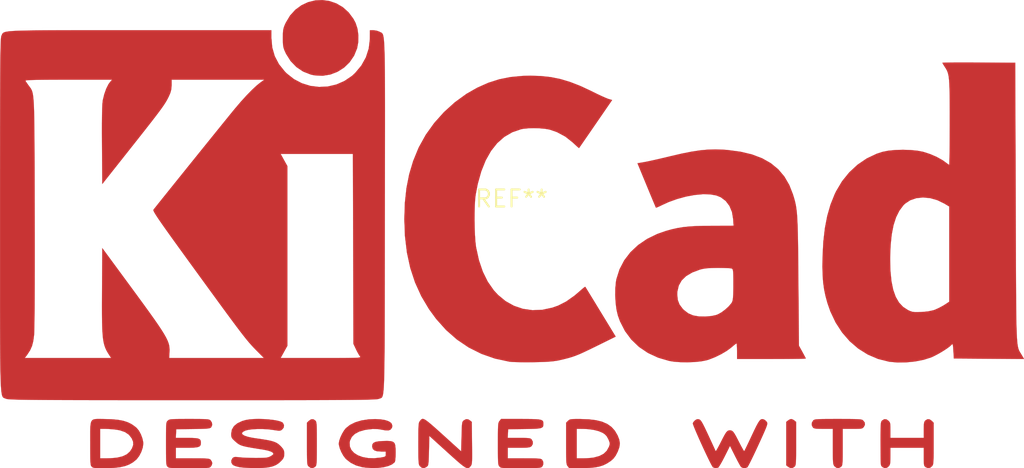
<source format=kicad_pcb>
(kicad_pcb (version 20240108) (generator pcbnew)
  (layers (0 "F.Cu" signal) (31 "B.Cu" signal) (34 "B.Paste" user) (35 "F.Paste" user) (36 "B.SilkS" user "B.Silkscreen") (37 "F.SilkS" user "F.Silkscreen") (38 "B.Mask" user) (39 "F.Mask" user) (44 "Edge.Cuts" user))
  (net 0 "")
  (footprint "KiCad-Logo2_30mm_Copper" (layer "F.Cu") (at 0 0)
    (property "Reference" "REF**")
    (property "Value" "KiCad-Logo2_30mm_Copper")
    (fp_poly (pts (xy 20.94307 16.459384) (xy 21.061635 16.533235) (xy 21.194889 16.641137) (xy 21.194889 18.248865) (xy 21.194464 18.719148) (xy 21.192647 19.089661) (xy 21.188619 19.373519) (xy 21.181565 19.58384) (xy 21.170667 19.73374) (xy 21.155108 19.836336) (xy 21.134072 19.904745) (xy 21.106741 19.952082) (xy 21.087363 19.975408) (xy 20.930169 20.077873) (xy 20.751167 20.073694) (xy 20.594364 19.986321) (xy 20.461111 19.878419) (xy 20.461111 16.641137) (xy 20.594364 16.533235) (xy 20.722973 16.454745) (xy 20.828 16.425334) (xy 20.94307 16.459384)) (layer "F.Cu") (stroke (width 0.01)) (fill solid))
    (fp_poly (pts (xy -14.619111 16.538223) (xy -14.586207 16.576089) (xy -14.560396 16.624937) (xy -14.540819 16.697855) (xy -14.526618 16.807926) (xy -14.516936 16.968238) (xy -14.510914 17.191875) (xy -14.507695 17.491925) (xy -14.50642 17.881472) (xy -14.506223 18.259778) (xy -14.506571 18.729012) (xy -14.508187 19.098444) (xy -14.511931 19.381159) (xy -14.518658 19.590244) (xy -14.529229 19.738784) (xy -14.5445 19.839864) (xy -14.56533 19.906572) (xy -14.592578 19.951991) (xy -14.619111 19.981334) (xy -14.784129 20.079736) (xy -14.959956 20.070905) (xy -15.117272 19.963585) (xy -15.153418 19.921684) (xy -15.181667 19.87307) (xy -15.202992 19.804304) (xy -15.218366 19.701947) (xy -15.22876 19.552561) (xy -15.235149 19.342706) (xy -15.238503 19.058944) (xy -15.239796 18.687837) (xy -15.24 18.267686) (xy -15.24 16.702425) (xy -15.101455 16.563879) (xy -14.930682 16.447317) (xy -14.765029 16.443116) (xy -14.619111 16.538223)) (layer "F.Cu") (stroke (width 0.01)) (fill solid))
    (fp_poly (pts (xy -13.557109 -14.737889) (xy -13.044354 -14.560106) (xy -12.56696 -14.280276) (xy -12.140606 -13.898436) (xy -11.780967 -13.414623) (xy -11.619417 -13.109677) (xy -11.479604 -12.683142) (xy -11.411836 -12.190723) (xy -11.419342 -11.684487) (xy -11.502665 -11.225751) (xy -11.730403 -10.66519) (xy -12.060644 -10.178944) (xy -12.476602 -9.776581) (xy -12.961493 -9.467667) (xy -13.498533 -9.261769) (xy -14.070936 -9.168456) (xy -14.661917 -9.197295) (xy -14.953225 -9.258925) (xy -15.520961 -9.479772) (xy -16.025202 -9.816775) (xy -16.453785 -10.259541) (xy -16.794548 -10.797683) (xy -16.823378 -10.856451) (xy -16.923042 -11.076987) (xy -16.98562 -11.262724) (xy -17.019596 -11.458662) (xy -17.033453 -11.7098) (xy -17.035752 -11.983064) (xy -17.031949 -12.311378) (xy -17.014784 -12.548726) (xy -16.975623 -12.740618) (xy -16.90583 -12.932565) (xy -16.81968 -13.121941) (xy -16.498342 -13.659524) (xy -16.102628 -14.0948) (xy -15.648215 -14.427808) (xy -15.15078 -14.658584) (xy -14.625999 -14.787165) (xy -14.08955 -14.813587) (xy -13.557109 -14.737889)) (layer "F.Cu") (stroke (width 0.01)) (fill solid))
    (fp_poly (pts (xy 24.815325 16.425817) (xy 25.208862 16.427708) (xy 25.514315 16.431665) (xy 25.744085 16.438348) (xy 25.910573 16.448416) (xy 26.026181 16.462528) (xy 26.103309 16.481344) (xy 26.154358 16.505524) (xy 26.179064 16.524111) (xy 26.307284 16.686789) (xy 26.322795 16.855692) (xy 26.243558 17.009131) (xy 26.191742 17.070445) (xy 26.135983 17.112252) (xy 26.055174 17.138287) (xy 25.928212 17.152285) (xy 25.73399 17.15798) (xy 25.451402 17.159106) (xy 25.395903 17.159111) (xy 24.666222 17.159111) (xy 24.666222 18.513778) (xy 24.665741 18.940771) (xy 24.663558 19.26932) (xy 24.658562 19.513869) (xy 24.649642 19.688864) (xy 24.635686 19.808747) (xy 24.615584 19.887963) (xy 24.588225 19.940955) (xy 24.553333 19.981334) (xy 24.388669 20.080561) (xy 24.216773 20.072742) (xy 24.060883 19.95953) (xy 24.04943 19.945499) (xy 24.012144 19.892461) (xy 23.983737 19.830404) (xy 23.963008 19.74425) (xy 23.948753 19.618919) (xy 23.939772 19.439333) (xy 23.934862 19.190414) (xy 23.932821 18.857083) (xy 23.932444 18.477944) (xy 23.932444 17.159111) (xy 23.235637 17.159111) (xy 22.936609 17.157088) (xy 22.72959 17.149202) (xy 22.593742 17.132733) (xy 22.50823 17.104958) (xy 22.452216 17.063156) (xy 22.445414 17.055889) (xy 22.363627 16.889696) (xy 22.370859 16.70181) (xy 22.464889 16.538223) (xy 22.501252 16.506491) (xy 22.548137 16.481331) (xy 22.618045 16.461981) (xy 22.72348 16.447683) (xy 22.876945 16.437675) (xy 23.090944 16.431197) (xy 23.377977 16.427489) (xy 23.75055 16.42579) (xy 24.221165 16.425341) (xy 24.321302 16.425334) (xy 24.815325 16.425817)) (layer "F.Cu") (stroke (width 0.01)) (fill solid))
    (fp_poly (pts (xy 31.144118 16.452666) (xy 31.30101 16.563879) (xy 31.439555 16.702425) (xy 31.439555 18.2496) (xy 31.439193 18.708996) (xy 31.437477 19.069199) (xy 31.433463 19.343901) (xy 31.426205 19.546799) (xy 31.414759 19.691586) (xy 31.398181 19.791956) (xy 31.375525 19.861605) (xy 31.345848 19.914226) (xy 31.32257 19.945499) (xy 31.168914 20.068367) (xy 30.992482 20.081703) (xy 30.831226 20.006355) (xy 30.777941 19.961871) (xy 30.742322 19.902783) (xy 30.720838 19.807631) (xy 30.709956 19.65496) (xy 30.706142 19.423309) (xy 30.705777 19.244355) (xy 30.705777 18.570223) (xy 28.222222 18.570223) (xy 28.222222 19.183499) (xy 28.219654 19.463934) (xy 28.209379 19.656663) (xy 28.18754 19.786807) (xy 28.150282 19.879484) (xy 28.105236 19.945499) (xy 27.950721 20.068022) (xy 27.77598 20.08253) (xy 27.608693 19.995445) (xy 27.563021 19.949793) (xy 27.530763 19.889273) (xy 27.509487 19.795003) (xy 27.496759 19.648101) (xy 27.490147 19.429686) (xy 27.487217 19.120875) (xy 27.486874 19.05) (xy 27.484455 18.468154) (xy 27.483208 17.988635) (xy 27.483614 17.600884) (xy 27.486155 17.294343) (xy 27.491312 17.058451) (xy 27.499565 16.882651) (xy 27.511397 16.756382) (xy 27.527288 16.669086) (xy 27.547719 16.610203) (xy 27.573172 16.569173) (xy 27.601333 16.538223) (xy 27.76064 16.439218) (xy 27.926784 16.452666) (xy 28.083676 16.563879) (xy 28.147164 16.635631) (xy 28.187633 16.714888) (xy 28.210213 16.827769) (xy 28.220033 17.000392) (xy 28.22222 17.258878) (xy 28.222222 17.269435) (xy 28.222222 17.836445) (xy 30.705777 17.836445) (xy 30.705777 17.243778) (xy 30.708312 16.970738) (xy 30.71849 16.786374) (xy 30.740178 16.666536) (xy 30.777237 16.587075) (xy 30.818666 16.538223) (xy 30.977973 16.439218) (xy 31.144118 16.452666)) (layer "F.Cu") (stroke (width 0.01)) (fill solid))
    (fp_poly (pts (xy 5.091545 16.426374) (xy 5.736442 16.448179) (xy 6.284956 16.514304) (xy 6.74613 16.628707) (xy 7.12901 16.795349) (xy 7.442638 17.018188) (xy 7.696059 17.301182) (xy 7.898317 17.64829) (xy 7.902296 17.656754) (xy 8.023005 17.967414) (xy 8.066014 18.242547) (xy 8.031157 18.519437) (xy 7.91827 18.835367) (xy 7.896861 18.883444) (xy 7.750861 19.164829) (xy 7.586779 19.382256) (xy 7.37501 19.567085) (xy 7.085951 19.750676) (xy 7.069158 19.76026) (xy 6.817523 19.881136) (xy 6.533107 19.971411) (xy 6.197634 20.034197) (xy 5.792827 20.07261) (xy 5.30041 20.089763) (xy 5.12643 20.091253) (xy 4.297971 20.094223) (xy 4.180985 19.945499) (xy 4.146284 19.896595) (xy 4.119213 19.839486) (xy 4.098828 19.760476) (xy 4.084184 19.645873) (xy 4.074337 19.48198) (xy 4.071125 19.360445) (xy 4.854222 19.360445) (xy 5.323633 19.360445) (xy 5.59832 19.352413) (xy 5.8803 19.331273) (xy 6.111728 19.301461) (xy 6.125697 19.298951) (xy 6.536743 19.188678) (xy 6.855569 19.023002) (xy 7.092262 18.794235) (xy 7.25691 18.494694) (xy 7.285541 18.415304) (xy 7.313604 18.291663) (xy 7.301454 18.169508) (xy 7.242335 18.007) (xy 7.2067 17.927168) (xy 7.090002 17.715028) (xy 6.949402 17.566198) (xy 6.794703 17.462556) (xy 6.484829 17.327686) (xy 6.088254 17.229989) (xy 5.626264 17.173732) (xy 5.291666 17.161352) (xy 4.854222 17.159111) (xy 4.854222 19.360445) (xy 4.071125 19.360445) (xy 4.068341 19.255105) (xy 4.065253 18.951553) (xy 4.064127 18.557629) (xy 4.064 18.2496) (xy 4.064 16.702425) (xy 4.202545 16.563879) (xy 4.264033 16.507721) (xy 4.330518 16.469263) (xy 4.423363 16.445201) (xy 4.563931 16.432232) (xy 4.773585 16.427049) (xy 5.073686 16.42635) (xy 5.091545 16.426374)) (layer "F.Cu") (stroke (width 0.01)) (fill solid))
    (fp_poly (pts (xy -30.606856 16.42533) (xy -30.409445 16.427336) (xy -29.831 16.441293) (xy -29.346554 16.482751) (xy -28.939596 16.556159) (xy -28.593615 16.665963) (xy -28.2921 16.81661) (xy -28.01854 17.012549) (xy -27.920832 17.097662) (xy -27.758751 17.296816) (xy -27.6126 17.567063) (xy -27.499956 17.866617) (xy -27.438395 18.153695) (xy -27.432 18.259778) (xy -27.472082 18.553847) (xy -27.579496 18.875063) (xy -27.734995 19.179104) (xy -27.91933 19.421648) (xy -27.949271 19.450912) (xy -28.202892 19.656605) (xy -28.480625 19.817173) (xy -28.79848 19.936825) (xy -29.172471 20.019766) (xy -29.618609 20.070204) (xy -30.152907 20.092346) (xy -30.397639 20.094223) (xy -30.708808 20.092724) (xy -30.927637 20.08646) (xy -31.074656 20.072772) (xy -31.170396 20.049005) (xy -31.235386 20.012504) (xy -31.270223 19.981334) (xy -31.303127 19.943468) (xy -31.328938 19.894619) (xy -31.348515 19.821702) (xy -31.362716 19.71163) (xy -31.372398 19.551318) (xy -31.37842 19.327681) (xy -31.381639 19.027631) (xy -31.382914 18.638084) (xy -31.383111 18.259778) (xy -31.384355 17.755207) (xy -31.384087 17.352133) (xy -31.379283 17.159111) (xy -30.649334 17.159111) (xy -30.649334 19.360445) (xy -30.183667 19.360018) (xy -29.903464 19.351982) (xy -29.609994 19.331279) (xy -29.36514 19.302321) (xy -29.35769 19.301128) (xy -28.961957 19.20545) (xy -28.655011 19.056437) (xy -28.421526 18.84439) (xy -28.273174 18.614804) (xy -28.181765 18.360129) (xy -28.188853 18.120998) (xy -28.294938 17.864667) (xy -28.502443 17.599493) (xy -28.78999 17.402998) (xy -29.163748 17.271656) (xy -29.413537 17.225175) (xy -29.697081 17.192533) (xy -29.997595 17.168908) (xy -30.253194 17.159086) (xy -30.268334 17.159039) (xy -30.649334 17.159111) (xy -31.379283 17.159111) (xy -31.3763 17.039257) (xy -31.35499 16.805277) (xy -31.31415 16.63889) (xy -31.247778 16.528797) (xy -31.149867 16.463696) (xy -31.014413 16.432285) (xy -30.835411 16.423264) (xy -30.606856 16.42533)) (layer "F.Cu") (stroke (width 0.01)) (fill solid))
    (fp_poly (pts (xy -6.500569 16.447242) (xy -6.382739 16.516363) (xy -6.228673 16.629403) (xy -6.030388 16.791688) (xy -5.779897 17.008541) (xy -5.469215 17.285288) (xy -5.090357 17.627254) (xy -4.656667 18.020421) (xy -3.753556 18.839391) (xy -3.725334 17.740144) (xy -3.715144 17.361757) (xy -3.705313 17.079971) (xy -3.693667 16.87853) (xy -3.678029 16.741174) (xy -3.656224 16.651646) (xy -3.626079 16.593686) (xy -3.585417 16.551038) (xy -3.563858 16.533115) (xy -3.391205 16.438352) (xy -3.226913 16.452206) (xy -3.096587 16.533164) (xy -2.963334 16.640993) (xy -2.946761 18.215755) (xy -2.942173 18.678894) (xy -2.939839 19.04272) (xy -2.940565 19.320804) (xy -2.945161 19.526712) (xy -2.954435 19.674013) (xy -2.969196 19.776275) (xy -2.990251 19.847065) (xy -3.018409 19.899953) (xy -3.049635 19.94237) (xy -3.117196 20.021036) (xy -3.184416 20.073181) (xy -3.26062 20.093196) (xy -3.355131 20.07547) (xy -3.477272 20.014393) (xy -3.636366 19.904355) (xy -3.841738 19.739746) (xy -4.102711 19.514956) (xy -4.428608 19.224376) (xy -4.797778 18.890493) (xy -6.124223 17.687291) (xy -6.152445 18.782945) (xy -6.162652 19.160642) (xy -6.172508 19.44177) (xy -6.184196 19.642619) (xy -6.199904 19.779479) (xy -6.221817 19.868642) (xy -6.252121 19.926397) (xy -6.293001 19.969035) (xy -6.31392 19.986411) (xy -6.498824 20.081862) (xy -6.673537 20.067464) (xy -6.825681 19.945499) (xy -6.860486 19.896432) (xy -6.887612 19.839128) (xy -6.908014 19.759839) (xy -6.922646 19.644816) (xy -6.932461 19.480312) (xy -6.938415 19.252579) (xy -6.941461 18.947867) (xy -6.942553 18.552429) (xy -6.942667 18.259778) (xy -6.9423 17.802037) (xy -6.940563 17.443436) (xy -6.936503 17.170226) (xy -6.929164 16.96866) (xy -6.917592 16.824988) (xy -6.900835 16.725464) (xy -6.877937 16.656338) (xy -6.847945 16.603862) (xy -6.825681 16.574057) (xy -6.769247 16.503454) (xy -6.716503 16.450146) (xy -6.659466 16.419458) (xy -6.59015 16.416715) (xy -6.500569 16.447242)) (layer "F.Cu") (stroke (width 0.01)) (fill solid))
    (fp_poly (pts (xy -9.750406 16.452994) (xy -9.407822 16.510476) (xy -9.144712 16.599834) (xy -8.97354 16.717493) (xy -8.926896 16.784618) (xy -8.879462 16.940739) (xy -8.911383 17.081975) (xy -9.012151 17.21591) (xy -9.168725 17.278567) (xy -9.395913 17.273479) (xy -9.57163 17.239531) (xy -9.962093 17.174855) (xy -10.36113 17.168709) (xy -10.807773 17.221206) (xy -10.931146 17.243448) (xy -11.346455 17.360542) (xy -11.671362 17.534723) (xy -11.902306 17.763021) (xy -12.035723 18.042468) (xy -12.063316 18.186942) (xy -12.045254 18.480062) (xy -11.928646 18.739396) (xy -11.724117 18.959891) (xy -11.442292 19.136493) (xy -11.093798 19.264146) (xy -10.689259 19.337797) (xy -10.239301 19.352391) (xy -9.75455 19.302874) (xy -9.727179 19.298206) (xy -9.534372 19.262294) (xy -9.427468 19.227606) (xy -9.381132 19.176137) (xy -9.370029 19.089882) (xy -9.369778 19.044206) (xy -9.369778 18.852445) (xy -9.712156 18.852445) (xy -10.014498 18.831733) (xy -10.220824 18.765733) (xy -10.340872 18.648648) (xy -10.384383 18.474679) (xy -10.384914 18.451971) (xy -10.359457 18.303272) (xy -10.272162 18.197094) (xy -10.109694 18.126828) (xy -9.858714 18.085866) (xy -9.615612 18.070805) (xy -9.262279 18.062165) (xy -9.005989 18.075349) (xy -8.831195 18.124002) (xy -8.722347 18.221765) (xy -8.663899 18.382281) (xy -8.6403 18.619192) (xy -8.636 18.930355) (xy -8.643045 19.277676) (xy -8.66424 19.51393) (xy -8.699678 19.640059) (xy -8.706556 19.649939) (xy -8.901138 19.807542) (xy -9.186429 19.932351) (xy -9.544342 20.021702) (xy -9.956791 20.072928) (xy -10.405692 20.083363) (xy -10.872957 20.050341) (xy -11.147778 20.009779) (xy -11.578829 19.887772) (xy -11.979457 19.688309) (xy -12.314884 19.429436) (xy -12.365866 19.377695) (xy -12.531509 19.160174) (xy -12.680968 18.89059) (xy -12.796782 18.607958) (xy -12.861491 18.351296) (xy -12.869289 18.25272) (xy -12.836088 18.047096) (xy -12.747841 17.791261) (xy -12.621482 17.52197) (xy -12.473943 17.275977) (xy -12.343593 17.111668) (xy -12.038822 16.86726) (xy -11.644845 16.672727) (xy -11.175782 16.532472) (xy -10.645751 16.450894) (xy -10.16 16.430961) (xy -9.750406 16.452994)) (layer "F.Cu") (stroke (width 0.01)) (fill solid))
    (fp_poly (pts (xy 1.151714 16.426299) (xy 1.533508 16.430868) (xy 1.826084 16.441556) (xy 2.041276 16.460873) (xy 2.190917 16.491333) (xy 2.286841 16.535448) (xy 2.340879 16.59573) (xy 2.364867 16.674693) (xy 2.370636 16.774848) (xy 2.370666 16.786675) (xy 2.365657 16.89996) (xy 2.341982 16.987513) (xy 2.286667 17.05287) (xy 2.186741 17.099565) (xy 2.02923 17.131133) (xy 1.801163 17.15111) (xy 1.489567 17.16303) (xy 1.081468 17.170429) (xy 0.956386 17.172068) (xy -0.254 17.187334) (xy -0.270928 17.511889) (xy -0.287856 17.836445) (xy 0.552879 17.836445) (xy 0.881332 17.837656) (xy 1.115861 17.842781) (xy 1.275417 17.854054) (xy 1.378954 17.873712) (xy 1.445422 17.903989) (xy 1.493775 17.947121) (xy 1.494085 17.947463) (xy 1.58178 18.115559) (xy 1.57861 18.297241) (xy 1.486572 18.452116) (xy 1.468358 18.468034) (xy 1.403708 18.509061) (xy 1.31512 18.537604) (xy 1.182851 18.555811) (xy 0.987162 18.565834) (xy 0.708312 18.569821) (xy 0.529969 18.570223) (xy -0.282223 18.570223) (xy -0.282223 19.360445) (xy 0.950807 19.360445) (xy 1.357903 19.361157) (xy 1.66705 19.364068) (xy 1.893185 19.37034) (xy 2.051242 19.381136) (xy 2.156157 19.397617) (xy 2.222866 19.420946) (xy 2.266304 19.452286) (xy 2.277251 19.463667) (xy 2.358073 19.621398) (xy 2.363986 19.800842) (xy 2.29768 19.956424) (xy 2.245218 20.006355) (xy 2.190645 20.033843) (xy 2.106085 20.055109) (xy 1.978164 20.070899) (xy 1.793505 20.081958) (xy 1.538732 20.089029) (xy 1.200471 20.092859) (xy 0.765345 20.09419) (xy 0.666973 20.094223) (xy 0.224555 20.093933) (xy -0.118864 20.092335) (xy -0.377177 20.088334) (xy -0.564275 20.080836) (xy -0.694049 20.068745) (xy -0.78039 20.050968) (xy -0.837189 20.026411) (xy -0.878337 19.993977) (xy -0.900913 19.97069) (xy -0.934893 19.929443) (xy -0.96144 19.878346) (xy -0.981469 19.804002) (xy -0.995894 19.693009) (xy -1.00563 19.531967) (xy -1.011593 19.307478) (xy -1.014696 19.006139) (xy -1.015856 18.614553) (xy -1.016 18.284969) (xy -1.015645 17.823141) (xy -1.013959 17.460585) (xy -1.010011 17.183686) (xy -1.002871 16.978827) (xy -0.991606 16.832392) (xy -0.975286 16.730766) (xy -0.952981 16.660332) (xy -0.923758 16.607475) (xy -0.899015 16.574057) (xy -0.782029 16.425334) (xy 0.66887 16.425334) (xy 1.151714 16.426299)) (layer "F.Cu") (stroke (width 0.01)) (fill solid))
    (fp_poly (pts (xy -23.563971 16.425731) (xy -23.216928 16.427592) (xy -22.954982 16.431923) (xy -22.764236 16.439729) (xy -22.630795 16.452015) (xy -22.540764 16.469786) (xy -22.480246 16.494048) (xy -22.435346 16.525806) (xy -22.419088 16.540421) (xy -22.320212 16.695711) (xy -22.302408 16.874142) (xy -22.367453 17.03255) (xy -22.397528 17.064565) (xy -22.446175 17.095605) (xy -22.524503 17.119551) (xy -22.647037 17.137568) (xy -22.828303 17.150822) (xy -23.082826 17.160476) (xy -23.42513 17.167696) (xy -23.738084 17.172091) (xy -24.976667 17.187334) (xy -24.993595 17.511889) (xy -25.010523 17.836445) (xy -24.169788 17.836445) (xy -23.804793 17.839594) (xy -23.537583 17.852765) (xy -23.353137 17.881546) (xy -23.236439 17.931522) (xy -23.172469 18.00828) (xy -23.14621 18.117408) (xy -23.142223 18.218689) (xy -23.154616 18.342961) (xy -23.201384 18.434531) (xy -23.296914 18.498185) (xy -23.455589 18.538707) (xy -23.691794 18.560882) (xy -24.019914 18.569496) (xy -24.199004 18.570223) (xy -25.004889 18.570223) (xy -25.004889 19.360445) (xy -23.763111 19.360445) (xy -23.356065 19.361012) (xy -23.046708 19.363558) (xy -22.819841 19.369349) (xy -22.660269 19.379651) (xy -22.552793 19.395732) (xy -22.482215 19.418858) (xy -22.433339 19.450294) (xy -22.408445 19.473334) (xy -22.323049 19.607802) (xy -22.295556 19.727334) (xy -22.334814 19.873337) (xy -22.408445 19.981334) (xy -22.447728 20.015332) (xy -22.498439 20.041732) (xy -22.574218 20.06149) (xy -22.688705 20.075564) (xy -22.855543 20.084911) (xy -23.088372 20.090488) (xy -23.400834 20.093253) (xy -23.806568 20.094163) (xy -24.017111 20.094223) (xy -24.467988 20.093824) (xy -24.819618 20.091989) (xy -25.085642 20.087761) (xy -25.279701 20.080182) (xy -25.415436 20.068296) (xy -25.506488 20.051145) (xy -25.566498 20.027772) (xy -25.609107 19.997219) (xy -25.625778 19.981334) (xy -25.658773 19.94335) (xy -25.684635 19.894348) (xy -25.704228 19.821195) (xy -25.718419 19.710759) (xy -25.728074 19.54991) (xy -25.73406 19.325516) (xy -25.737241 19.024444) (xy -25.738485 18.633564) (xy -25.738667 18.269617) (xy -25.738499 17.803535) (xy -25.737326 17.437155) (xy -25.734149 17.15729) (xy -25.727967 16.950754) (xy -25.717779 16.804359) (xy -25.702584 16.70492) (xy -25.681382 16.639249) (xy -25.653172 16.59416) (xy -25.616953 16.556466) (xy -25.608029 16.548062) (xy -25.564726 16.510858) (xy -25.51441 16.482047) (xy -25.443125 16.460558) (xy -25.336913 16.445318) (xy -25.181819 16.435256) (xy -24.963884 16.429299) (xy -24.669154 16.426376) (xy -24.28367 16.425415) (xy -24.010006 16.425334) (xy -23.563971 16.425731)) (layer "F.Cu") (stroke (width 0.01)) (fill solid))
    (fp_poly (pts (xy 18.723326 16.435171) (xy 18.821274 16.470173) (xy 18.825053 16.471887) (xy 18.958065 16.573392) (xy 19.031351 16.677804) (xy 19.04569 16.726759) (xy 19.044982 16.791807) (xy 19.024804 16.884473) (xy 18.980733 17.016283) (xy 18.908347 17.198762) (xy 18.803224 17.443434) (xy 18.660942 17.761826) (xy 18.477078 18.165463) (xy 18.375875 18.38608) (xy 18.193127 18.779927) (xy 18.021574 19.142114) (xy 17.867761 19.459399) (xy 17.738239 19.71854) (xy 17.639553 19.906295) (xy 17.578253 20.009422) (xy 17.566122 20.023667) (xy 17.410917 20.086511) (xy 17.235606 20.078095) (xy 17.095001 20.001661) (xy 17.089273 19.995445) (xy 17.033341 19.910771) (xy 16.93952 19.745848) (xy 16.819378 19.521901) (xy 16.684484 19.260161) (xy 16.636005 19.163708) (xy 16.270071 18.430749) (xy 15.871203 19.226967) (xy 15.728834 19.502074) (xy 15.596749 19.740661) (xy 15.485739 19.924463) (xy 15.406594 20.035218) (xy 15.379773 20.058703) (xy 15.171285 20.090511) (xy 14.999248 20.023667) (xy 14.948642 19.952229) (xy 14.861071 19.793461) (xy 14.743676 19.562985) (xy 14.603603 19.276423) (xy 14.447996 18.949399) (xy 14.283998 18.597534) (xy 14.118753 18.236453) (xy 13.959405 17.881776) (xy 13.813098 17.549127) (xy 13.686976 17.254129) (xy 13.588182 17.012404) (xy 13.523861 16.839574) (xy 13.501157 16.751263) (xy 13.501388 16.748066) (xy 13.556631 16.636941) (xy 13.66705 16.523763) (xy 13.673553 16.518838) (xy 13.809266 16.442127) (xy 13.934793 16.442869) (xy 13.981841 16.457332) (xy 14.039171 16.488588) (xy 14.100052 16.550072) (xy 14.171787 16.654539) (xy 14.261681 16.814744) (xy 14.377035 17.043442) (xy 14.525153 17.353386) (xy 14.658727 17.63949) (xy 14.812402 17.971132) (xy 14.950108 18.269371) (xy 15.06469 18.518626) (xy 15.148993 18.703319) (xy 15.195866 18.807867) (xy 15.202702 18.824223) (xy 15.233448 18.797486) (xy 15.30411 18.685543) (xy 15.405287 18.50473) (xy 15.527576 18.271387) (xy 15.57624 18.175111) (xy 15.741088 17.85002) (xy 15.868218 17.61327) (xy 15.968062 17.451094) (xy 16.051053 17.34973) (xy 16.127623 17.295412) (xy 16.208203 17.274376) (xy 16.260716 17.272) (xy 16.353349 17.280208) (xy 16.434522 17.314157) (xy 16.515176 17.387832) (xy 16.606254 17.515218) (xy 16.718696 17.710303) (xy 16.863445 17.987072) (xy 16.943309 18.144514) (xy 17.072852 18.395436) (xy 17.185835 18.60352) (xy 17.272291 18.75121) (xy 17.32225 18.820947) (xy 17.329044 18.823852) (xy 17.361308 18.768966) (xy 17.433543 18.62645) (xy 17.538514 18.411219) (xy 17.668988 18.138188) (xy 17.817732 17.822272) (xy 17.890901 17.665357) (xy 18.08125 17.260392) (xy 18.234526 16.94878) (xy 18.358686 16.720354) (xy 18.461688 16.564946) (xy 18.551491 16.472391) (xy 18.636051 16.432521) (xy 18.723326 16.435171)) (layer "F.Cu") (stroke (width 0.01)) (fill solid))
    (fp_poly (pts (xy -18.458512 16.431756) (xy -18.084438 16.457907) (xy -17.736529 16.498751) (xy -17.435008 16.552749) (xy -17.2001 16.618366) (xy -17.052028 16.694063) (xy -17.029301 16.716345) (xy -16.950267 16.88925) (xy -16.974233 17.066757) (xy -17.096819 17.218627) (xy -17.102667 17.222979) (xy -17.17477 17.269772) (xy -17.250039 17.294378) (xy -17.355026 17.297366) (xy -17.516284 17.279307) (xy -17.760366 17.240772) (xy -17.78 17.237527) (xy -18.143694 17.192847) (xy -18.536085 17.170806) (xy -18.929634 17.170593) (xy -19.296804 17.191394) (xy -19.610055 17.232396) (xy -19.84185 17.292786) (xy -19.857081 17.298856) (xy -20.025239 17.393073) (xy -20.08432 17.488423) (xy -20.038069 17.582197) (xy -19.890232 17.671687) (xy -19.644554 17.754183) (xy -19.304782 17.826979) (xy -19.078223 17.862028) (xy -18.607278 17.929444) (xy -18.232717 17.991071) (xy -17.938583 18.052247) (xy -17.708922 18.118306) (xy -17.527776 18.194586) (xy -17.379191 18.286423) (xy -17.247209 18.399153) (xy -17.14115 18.509853) (xy -17.015325 18.664096) (xy -16.953402 18.796724) (xy -16.934037 18.960132) (xy -16.933334 19.019977) (xy -16.947878 19.218559) (xy -17.006008 19.366296) (xy -17.106614 19.497428) (xy -17.31108 19.697878) (xy -17.539082 19.850745) (xy -17.807562 19.961015) (xy -18.133461 20.033673) (xy -18.533721 20.073704) (xy -19.025282 20.086092) (xy -19.106445 20.085883) (xy -19.434243 20.079088) (xy -19.759328 20.063649) (xy -20.046261 20.041781) (xy -20.259607 20.015699) (xy -20.276861 20.012704) (xy -20.48898 19.962456) (xy -20.668897 19.898982) (xy -20.77075 19.840952) (xy -20.865535 19.687858) (xy -20.872134 19.509588) (xy -20.790425 19.350719) (xy -20.772143 19.332754) (xy -20.696576 19.279379) (xy -20.602072 19.256381) (xy -20.455811 19.260295) (xy -20.278254 19.280637) (xy -20.079851 19.298809) (xy -19.801724 19.31414) (xy -19.47703 19.325265) (xy -19.138924 19.33082) (xy -19.05 19.331187) (xy -18.710637 19.329819) (xy -18.462271 19.32323) (xy -18.283049 19.309136) (xy -18.151119 19.28525) (xy -18.044627 19.249287) (xy -17.98063 19.219334) (xy -17.84 19.136163) (xy -17.75034 19.06084) (xy -17.737236 19.039487) (xy -17.76488 18.951315) (xy -17.8963 18.865959) (xy -18.122388 18.787292) (xy -18.434037 18.719189) (xy -18.525856 18.704018) (xy -19.005449 18.628691) (xy -19.388206 18.565729) (xy -19.688898 18.510557) (xy -19.922299 18.458598) (xy -20.103183 18.405279) (xy -20.246322 18.346024) (xy -20.366491 18.276257) (xy -20.478461 18.191405) (xy -20.597008 18.08689) (xy -20.6369 18.050246) (xy -20.776762 17.913494) (xy -20.850798 17.805145) (xy -20.879761 17.681159) (xy -20.884445 17.524915) (xy -20.832876 17.218524) (xy -20.678758 16.958201) (xy -20.422976 16.744788) (xy -20.066413 16.579126) (xy -19.812 16.50482) (xy -19.535497 16.456829) (xy -19.204265 16.42968) (xy -18.838529 16.421834) (xy -18.458512 16.431756)) (layer "F.Cu") (stroke (width 0.01)) (fill solid))
    (fp_poly (pts (xy 2.187983 -9.148056) (xy 2.924267 -9.067451) (xy 3.6376 -8.923176) (xy 4.357002 -8.707706) (xy 5.111491 -8.413516) (xy 5.930086 -8.033081) (xy 6.077505 -7.959391) (xy 6.415811 -7.792725) (xy 6.73488 -7.642651) (xy 7.00322 -7.523502) (xy 7.189342 -7.449612) (xy 7.217934 -7.440309) (xy 7.491936 -7.358215) (xy 6.26539 -5.573866) (xy 5.965516 -5.137762) (xy 5.691348 -4.739324) (xy 5.452209 -4.392079) (xy 5.257424 -4.109554) (xy 5.116314 -3.905275) (xy 5.038205 -3.792771) (xy 5.025515 -3.774954) (xy 4.973973 -3.812207) (xy 4.847099 -3.924198) (xy 4.667586 -4.090586) (xy 4.568516 -4.184631) (xy 4.007208 -4.63108) (xy 3.376817 -4.97033) (xy 2.833603 -5.156156) (xy 2.507519 -5.214517) (xy 2.099234 -5.250081) (xy 1.656768 -5.262189) (xy 1.228141 -5.250184) (xy 0.861373 -5.213404) (xy 0.715018 -5.185236) (xy 0.055369 -4.958288) (xy -0.539053 -4.61176) (xy -1.067809 -4.146287) (xy -1.530458 -3.562502) (xy -1.92656 -2.861039) (xy -2.255675 -2.042531) (xy -2.517363 -1.107613) (xy -2.672887 -0.307258) (xy -2.713462 0.046067) (xy -2.741108 0.502511) (xy -2.756091 1.029274) (xy -2.75868 1.593556) (xy -2.74914 2.162555) (xy -2.72774 2.703472) (xy -2.694745 3.183507) (xy -2.650424 3.569857) (xy -2.64083 3.629466) (xy -2.429372 4.589652) (xy -2.14126 5.439459) (xy -1.774741 6.182696) (xy -1.328063 6.82317) (xy -1.010999 7.169439) (xy -0.441185 7.63957) (xy 0.183721 7.988052) (xy 0.853177 8.212989) (xy 1.556642 8.312485) (xy 2.283575 8.284643) (xy 3.023434 8.127567) (xy 3.460851 7.973868) (xy 4.066166 7.666092) (xy 4.690052 7.224593) (xy 5.039525 6.926031) (xy 5.235755 6.753228) (xy 5.389927 6.626448) (xy 5.477683 6.56536) (xy 5.488576 6.563495) (xy 5.527745 6.625918) (xy 5.629233 6.790871) (xy 5.784395 7.044214) (xy 5.984585 7.371804) (xy 6.221158 7.759501) (xy 6.485468 8.193163) (xy 6.632585 8.434741) (xy 7.756318 10.280504) (xy 6.353294 10.973874) (xy 5.846012 11.222931) (xy 5.43507 11.419324) (xy 5.095349 11.572807) (xy 4.80173 11.693133) (xy 4.529092 11.790057) (xy 4.252317 11.873333) (xy 3.946285 11.952715) (xy 3.652957 12.022424) (xy 3.39224 12.076365) (xy 3.119581 12.117128) (xy 2.807685 12.146978) (xy 2.429258 12.168175) (xy 1.957004 12.182982) (xy 1.63871 12.189372) (xy 1.184559 12.193735) (xy 0.749085 12.191535) (xy 0.361108 12.183401) (xy 0.049445 12.16996) (xy -0.157084 12.151838) (xy -0.169322 12.150031) (xy -1.241771 11.918013) (xy -2.248875 11.566124) (xy -3.190278 11.094598) (xy -4.065628 10.503666) (xy -4.874569 9.793561) (xy -5.616747 8.964514) (xy -6.154251 8.227688) (xy -6.726471 7.263247) (xy -7.189026 6.244739) (xy -7.544153 5.164001) (xy -7.794089 4.012865) (xy -7.941069 2.783168) (xy -7.987376 1.534499) (xy -7.949291 0.326585) (xy -7.829609 -0.787894) (xy -7.624527 -1.827736) (xy -7.330241 -2.81174) (xy -6.94295 -3.758705) (xy -6.896705 -3.856812) (xy -6.387234 -4.7739) (xy -5.761493 -5.6466) (xy -5.037211 -6.456849) (xy -4.232114 -7.186583) (xy -3.363933 -7.817739) (xy -2.554965 -8.280714) (xy -1.737738 -8.643324) (xy -0.918776 -8.905992) (xy -0.066377 -9.075867) (xy 0.851164 -9.160099) (xy 1.399732 -9.172519) (xy 2.187983 -9.148056)) (layer "F.Cu") (stroke (width 0.01)) (fill solid))
    (fp_poly (pts (xy 34.027419 -10.160954) (xy 34.608136 -10.158572) (xy 34.805511 -10.157369) (xy 37.519624 -10.139516) (xy 37.553764 0.273119) (xy 37.558273 1.685103) (xy 37.562272 2.967162) (xy 37.566017 4.125929) (xy 37.569766 5.168035) (xy 37.573775 6.100114) (xy 37.578301 6.928797) (xy 37.583601 7.660717) (xy 37.589932 8.302506) (xy 37.597551 8.860795) (xy 37.606714 9.342219) (xy 37.617679 9.753408) (xy 37.630702 10.100995) (xy 37.646041 10.391612) (xy 37.663951 10.631891) (xy 37.68469 10.828466) (xy 37.708515 10.987968) (xy 37.735682 11.117028) (xy 37.766449 11.222281) (xy 37.801072 11.310357) (xy 37.839808 11.38789) (xy 37.882914 11.461511) (xy 37.930647 11.537852) (xy 37.983264 11.623547) (xy 37.994049 11.6418) (xy 38.174991 11.950554) (xy 35.559942 11.93267) (xy 32.944893 11.914785) (xy 32.910753 11.340357) (xy 32.892165 11.064684) (xy 32.872794 10.905307) (xy 32.84651 10.842067) (xy 32.807183 10.854807) (xy 32.774194 10.891246) (xy 32.630493 11.023979) (xy 32.396284 11.194592) (xy 32.104564 11.3827) (xy 31.78833 11.567917) (xy 31.48058 11.729858) (xy 31.244285 11.836403) (xy 30.690687 12.011487) (xy 30.055518 12.135511) (xy 29.385668 12.203736) (xy 28.728028 12.211422) (xy 28.129489 12.153832) (xy 28.119634 12.152183) (xy 27.300634 11.946674) (xy 26.53397 11.619251) (xy 25.827038 11.176952) (xy 25.187231 10.626815) (xy 24.621946 9.975879) (xy 24.138576 9.231181) (xy 23.744516 8.39976) (xy 23.529961 7.783871) (xy 23.388473 7.268614) (xy 23.283547 6.769668) (xy 23.211974 6.256726) (xy 23.170547 5.699477) (xy 23.156058 5.067612) (xy 23.162476 4.551655) (xy 28.200815 4.551655) (xy 28.224657 5.416831) (xy 28.299868 6.161169) (xy 28.42876 6.791275) (xy 28.613648 7.313755) (xy 28.856846 7.735217) (xy 29.160667 8.062265) (xy 29.511366 8.293464) (xy 29.693852 8.379774) (xy 29.852119 8.431519) (xy 30.02857 8.455192) (xy 30.265608 8.457288) (xy 30.520968 8.448071) (xy 31.023155 8.403776) (xy 31.420338 8.317034) (xy 31.545162 8.273584) (xy 31.830188 8.145256) (xy 32.130808 7.984107) (xy 32.262097 7.903441) (xy 32.603495 7.679513) (xy 32.603495 0.581766) (xy 32.227957 0.356663) (xy 31.704231 0.102307) (xy 31.169148 -0.048121) (xy 30.642275 -0.09551) (xy 30.143184 -0.040746) (xy 29.691444 0.115283) (xy 29.306623 0.37169) (xy 29.182454 0.494766) (xy 28.883156 0.898029) (xy 28.640911 1.386177) (xy 28.453695 1.967578) (xy 28.319483 2.650597) (xy 28.236251 3.443603) (xy 28.201974 4.354961) (xy 28.200815 4.551655) (xy 23.162476 4.551655) (xy 23.165148 4.33689) (xy 23.222707 3.212897) (xy 23.338446 2.19907) (xy 23.515412 1.280642) (xy 23.756654 0.442844) (xy 24.065219 -0.329092) (xy 24.17533 -0.557945) (xy 24.618853 -1.304259) (xy 25.154827 -1.967481) (xy 25.77065 -2.536906) (xy 26.45372 -3.001829) (xy 27.191436 -3.351544) (xy 27.633649 -3.495804) (xy 28.067948 -3.581444) (xy 28.590513 -3.632397) (xy 29.157537 -3.648687) (xy 29.725213 -3.630334) (xy 30.249731 -3.577362) (xy 30.670881 -3.494261) (xy 31.172145 -3.331295) (xy 31.657988 -3.121732) (xy 32.083063 -2.8868) (xy 32.309303 -2.727354) (xy 32.465361 -2.60879) (xy 32.574635 -2.536597) (xy 32.599491 -2.526344) (xy 32.607198 -2.592397) (xy 32.614384 -2.781652) (xy 32.620889 -3.080753) (xy 32.626555 -3.476343) (xy 32.631221 -3.955066) (xy 32.634729 -4.503564) (xy 32.63692 -5.108483) (xy 32.637635 -5.724632) (xy 32.637236 -6.51381) (xy 32.635272 -7.179156) (xy 32.630598 -7.733397) (xy 32.622064 -8.189259) (xy 32.608524 -8.559469) (xy 32.58883 -8.856753) (xy 32.561835 -9.093837) (xy 32.52639 -9.283449) (xy 32.481349 -9.438314) (xy 32.425564 -9.57116) (xy 32.357886 -9.694712) (xy 32.27717 -9.821698) (xy 32.266785 -9.837421) (xy 32.162679 -10.001887) (xy 32.099825 -10.11498) (xy 32.091398 -10.138835) (xy 32.157258 -10.146362) (xy 32.345173 -10.152485) (xy 32.640645 -10.157104) (xy 33.029175 -10.160122) (xy 33.496266 -10.161438) (xy 34.027419 -10.160954)) (layer "F.Cu") (stroke (width 0.01)) (fill solid))
    (fp_poly (pts (xy 15.752379 -3.65908) (xy 16.090681 -3.633472) (xy 17.058606 -3.504693) (xy 17.915805 -3.299292) (xy 18.666452 -3.014443) (xy 19.314723 -2.647319) (xy 19.864792 -2.195095) (xy 20.320836 -1.654943) (xy 20.68703 -1.024039) (xy 20.95443 -0.341398) (xy 21.022305 -0.123646) (xy 21.081411 0.080268) (xy 21.132444 0.281323) (xy 21.1761 0.490498) (xy 21.213076 0.718771) (xy 21.24407 0.977119) (xy 21.269778 1.276523) (xy 21.290897 1.627958) (xy 21.308123 2.042405) (xy 21.322154 2.530841) (xy 21.333685 3.104245) (xy 21.343415 3.773594) (xy 21.35204 4.549868) (xy 21.360256 5.444045) (xy 21.36613 6.145162) (xy 21.405646 10.958871) (xy 21.661694 11.422109) (xy 21.782939 11.645278) (xy 21.873166 11.818621) (xy 21.91621 11.910885) (xy 21.917742 11.917136) (xy 21.851951 11.924288) (xy 21.664529 11.930879) (xy 21.370403 11.936722) (xy 20.984502 11.941632) (xy 20.521752 11.945425) (xy 19.997083 11.947914) (xy 19.42542 11.948914) (xy 19.357259 11.948925) (xy 16.796775 11.948925) (xy 16.796775 11.368549) (xy 16.792409 11.106267) (xy 16.780757 10.905678) (xy 16.763992 10.798129) (xy 16.756582 10.788172) (xy 16.68881 10.829876) (xy 16.549329 10.939328) (xy 16.36804 11.09304) (xy 16.363975 11.096595) (xy 16.033145 11.3429) (xy 15.615334 11.590223) (xy 15.157751 11.814266) (xy 14.707608 11.990733) (xy 14.509409 12.051037) (xy 14.114979 12.127629) (xy 13.630995 12.176505) (xy 13.101761 12.196967) (xy 12.571581 12.188319) (xy 12.084762 12.149863) (xy 11.744087 12.094527) (xy 10.908637 11.849191) (xy 10.156509 11.499548) (xy 9.4926 11.049935) (xy 8.921804 10.504691) (xy 8.449016 9.868154) (xy 8.079133 9.14466) (xy 7.919563 8.705645) (xy 7.819559 8.278942) (xy 7.753284 7.766696) (xy 7.722619 7.21616) (xy 7.723628 7.136052) (xy 12.341533 7.136052) (xy 12.379827 7.545133) (xy 12.507338 7.885106) (xy 12.743013 8.20052) (xy 12.833529 8.293009) (xy 13.155302 8.543052) (xy 13.527213 8.703235) (xy 13.972785 8.780774) (xy 14.441998 8.786482) (xy 14.887037 8.748786) (xy 15.227782 8.675052) (xy 15.375766 8.619672) (xy 15.642489 8.46874) (xy 15.925094 8.256474) (xy 16.182939 8.018239) (xy 16.375378 7.789401) (xy 16.426479 7.705454) (xy 16.466203 7.587894) (xy 16.494446 7.400832) (xy 16.512524 7.126401) (xy 16.521752 6.74673) (xy 16.523656 6.385388) (xy 16.522366 5.964111) (xy 16.517153 5.659497) (xy 16.506006 5.451665) (xy 16.486915 5.320731) (xy 16.457867 5.246815) (xy 16.416853 5.210032) (xy 16.404167 5.204175) (xy 16.293928 5.186132) (xy 16.076503 5.171376) (xy 15.781253 5.161234) (xy 15.437537 5.157038) (xy 15.362904 5.157034) (xy 14.903466 5.164366) (xy 14.548519 5.186174) (xy 14.266479 5.225443) (xy 14.033507 5.282795) (xy 13.455616 5.501339) (xy 13.002434 5.770026) (xy 12.670038 6.093155) (xy 12.454504 6.475025) (xy 12.351907 6.919931) (xy 12.341533 7.136052) (xy 7.723628 7.136052) (xy 7.729442 6.674585) (xy 7.775633 6.189222) (xy 7.811662 5.99313) (xy 8.041726 5.265044) (xy 8.39156 4.595135) (xy 8.85456 3.98983) (xy 9.424122 3.455553) (xy 10.093643 2.99873) (xy 10.856519 2.625787) (xy 11.505108 2.399318) (xy 11.938586 2.28034) (xy 12.353207 2.187889) (xy 12.775824 2.118964) (xy 13.233295 2.070561) (xy 13.752475 2.039679) (xy 14.360219 2.023316) (xy 14.909682 2.018708) (xy 16.538987 2.014248) (xy 16.507775 1.524495) (xy 16.419144 0.993107) (xy 16.230604 0.536359) (xy 15.950184 0.165655) (xy 15.585911 -0.1076) (xy 15.265161 -0.240939) (xy 14.805589 -0.324975) (xy 14.258486 -0.337043) (xy 13.649501 -0.281591) (xy 13.004278 -0.16307) (xy 12.348464 0.014073) (xy 11.707706 0.245389) (xy 11.242062 0.456945) (xy 11.018029 0.565579) (xy 10.847148 0.641452) (xy 10.760245 0.671058) (xy 10.755528 0.670108) (xy 10.72554 0.603795) (xy 10.650657 0.428025) (xy 10.537926 0.159639) (xy 10.394394 -0.184525) (xy 10.227107 -0.587626) (xy 10.057062 -0.999011) (xy 9.377244 -2.646679) (xy 9.8608 -2.726103) (xy 10.070388 -2.765952) (xy 10.385458 -2.832882) (xy 10.779021 -2.920816) (xy 11.224085 -3.023679) (xy 11.69366 -3.135394) (xy 11.880646 -3.180792) (xy 12.689597 -3.368421) (xy 13.397832 -3.509094) (xy 14.031788 -3.605653) (xy 14.617906 -3.660942) (xy 15.182623 -3.677804) (xy 15.752379 -3.65908)) (layer "F.Cu") (stroke (width 0.01)) (fill solid))
    (fp_poly (pts (xy -29.618613 -12.563646) (xy -28.303107 -12.563468) (xy -27.690756 -12.563441) (xy -17.889247 -12.563441) (xy -17.889247 -11.985665) (xy -17.827578 -11.282559) (xy -17.641458 -10.634102) (xy -17.329214 -10.036439) (xy -16.889174 -9.485715) (xy -16.740294 -9.336975) (xy -16.204737 -8.915072) (xy -15.614222 -8.607369) (xy -14.98629 -8.413725) (xy -14.33848 -8.334001) (xy -13.688331 -8.368059) (xy -13.053381 -8.515757) (xy -12.45117 -8.776956) (xy -11.899237 -9.151517) (xy -11.651356 -9.377497) (xy -11.189432 -9.931559) (xy -10.850708 -10.540846) (xy -10.638139 -11.198393) (xy -10.554679 -11.897234) (xy -10.553569 -11.965983) (xy -10.549193 -12.563419) (xy -10.28661 -12.56343) (xy -10.053674 -12.531816) (xy -9.840888 -12.454898) (xy -9.826826 -12.446951) (xy -9.778767 -12.422015) (xy -9.734635 -12.402594) (xy -9.694269 -12.383033) (xy -9.657511 -12.357674) (xy -9.624201 -12.320861) (xy -9.594179 -12.266937) (xy -9.567287 -12.190246) (xy -9.543364 -12.085131) (xy -9.52225 -11.945935) (xy -9.503788 -11.767002) (xy -9.487816 -11.542674) (xy -9.474176 -11.267295) (xy -9.462708 -10.935209) (xy -9.453252 -10.540759) (xy -9.445649 -10.078288) (xy -9.43974 -9.542139) (xy -9.435365 -8.926656) (xy -9.432365 -8.226182) (xy -9.430579 -7.435061) (xy -9.429849 -6.547635) (xy -9.430015 -5.558248) (xy -9.430918 -4.461244) (xy -9.432398 -3.250965) (xy -9.434295 -1.921755) (xy -9.43645 -0.467958) (xy -9.438704 1.116084) (xy -9.438966 1.309073) (xy -9.440987 2.903217) (xy -9.442702 4.366457) (xy -9.444292 5.704446) (xy -9.445939 6.92284) (xy -9.447825 8.027292) (xy -9.450131 9.023456) (xy -9.453039 9.916987) (xy -9.45673 10.713539) (xy -9.461386 11.418765) (xy -9.467189 12.03832) (xy -9.47432 12.577858) (xy -9.482961 13.043033) (xy -9.493293 13.4395) (xy -9.505498 13.772911) (xy -9.519758 14.048923) (xy -9.536254 14.273188) (xy -9.555167 14.45136) (xy -9.57668 14.589095) (xy -9.600974 14.692045) (xy -9.62823 14.765866) (xy -9.658631 14.816211) (xy -9.692357 14.848734) (xy -9.72959 14.86909) (xy -9.770513 14.882933) (xy -9.815306 14.895916) (xy -9.864151 14.913694) (xy -9.876083 14.919106) (xy -9.913584 14.931267) (xy -9.976351 14.94244) (xy -10.069863 14.952666) (xy -10.199602 14.961983) (xy -10.371048 14.970432) (xy -10.589681 14.978053) (xy -10.860983 14.984885) (xy -11.190433 14.990969) (xy -11.583513 14.996343) (xy -12.045702 15.001048) (xy -12.582482 15.005123) (xy -13.199332 15.008609) (xy -13.901734 15.011544) (xy -14.695168 15.013969) (xy -15.585115 15.015924) (xy -16.577054 15.017449) (xy -17.676468 15.018582) (xy -18.888836 15.019364) (xy -20.219638 15.019835) (xy -21.674356 15.020034) (xy -23.25847 15.020001) (xy -23.771609 15.019951) (xy -25.390865 15.019691) (xy -26.879109 15.019266) (xy -28.241886 15.018632) (xy -29.484742 15.017747) (xy -30.613223 15.016566) (xy -31.632877 15.015047) (xy -32.549247 15.013146) (xy -33.367882 15.010819) (xy -34.094327 15.008024) (xy -34.734128 15.004717) (xy -35.292831 15.000854) (xy -35.775983 14.996393) (xy -36.189129 14.99129) (xy -36.537816 14.985502) (xy -36.82759 14.978985) (xy -37.063997 14.971696) (xy -37.252583 14.963592) (xy -37.398894 14.954629) (xy -37.508477 14.944764) (xy -37.586877 14.933954) (xy -37.639641 14.922155) (xy -37.668405 14.911351) (xy -37.719527 14.889791) (xy -37.766466 14.873893) (xy -37.809399 14.858009) (xy -37.848504 14.836494) (xy -37.883959 14.803701) (xy -37.915941 14.753985) (xy -37.944629 14.681699) (xy -37.970199 14.581197) (xy -37.99283 14.446834) (xy -38.012699 14.272962) (xy -38.029983 14.053936) (xy -38.044862 13.784111) (xy -38.057512 13.457838) (xy -38.068111 13.069473) (xy -38.076836 12.61337) (xy -38.083866 12.083882) (xy -38.085706 11.880645) (xy -36.263401 11.880645) (xy -29.822466 11.880645) (xy -29.946401 11.692877) (xy -30.069692 11.49992) (xy -30.174097 11.316174) (xy -30.261101 11.128782) (xy -30.33219 10.924883) (xy -30.388848 10.69162) (xy -30.432561 10.416132) (xy -30.464813 10.085562) (xy -30.48709 9.687051) (xy -30.500877 9.207739) (xy -30.507659 8.634769) (xy -30.50892 7.95528) (xy -30.506146 7.156415) (xy -30.504573 6.85983) (xy -30.486827 3.680309) (xy -28.47258 6.422527) (xy -27.901947 7.200459) (xy -27.407562 7.877858) (xy -26.984086 8.463697) (xy -26.626182 8.966951) (xy -26.328511 9.396594) (xy -26.085735 9.761601) (xy -25.892516 10.070946) (xy -25.743515 10.333604) (xy -25.633396 10.55855) (xy -25.556818 10.754757) (xy -25.508444 10.931201) (xy -25.482937 11.096855) (xy -25.474957 11.260694) (xy -25.479166 11.431693) (xy -25.480241 11.453186) (xy -25.502419 11.880932) (xy -21.973089 11.880789) (xy -18.44376 11.880645) (xy -18.968788 11.35125) (xy -19.111258 11.206456) (xy -19.246414 11.065564) (xy -19.380187 10.920806) (xy -19.518509 10.764411) (xy -19.667312 10.588609) (xy -19.832526 10.385629) (xy -20.020084 10.147702) (xy -20.235917 9.867057) (xy -20.485955 9.535925) (xy -20.776132 9.146535) (xy -21.112378 8.691117) (xy -21.500625 8.1619) (xy -21.946804 7.551116) (xy -22.456847 6.850993) (xy -23.036686 6.053762) (xy -23.511953 5.3998) (xy -24.108429 4.57823) (xy -24.628769 3.859893) (xy -25.077685 3.237968) (xy -25.45989 2.705635) (xy -25.7801 2.256075) (xy -26.043028 1.882467) (xy -26.253387 1.577991) (xy -26.415891 1.335827) (xy -26.535255 1.149156) (xy -26.616191 1.011158) (xy -26.663414 0.915011) (xy -26.681637 0.853897) (xy -26.676159 0.821766) (xy -26.609781 0.736261) (xy -26.466268 0.55527) (xy -26.254281 0.289551) (xy -25.982478 -0.050137) (xy -25.659518 -0.453038) (xy -25.294063 -0.908393) (xy -24.89477 -1.405443) (xy -24.4703 -1.933432) (xy -24.029312 -2.481601) (xy -23.580466 -3.039191) (xy -23.333584 -3.345699) (xy -17.203867 -3.345699) (xy -16.949111 -2.884812) (xy -16.694354 -2.423924) (xy -16.694354 10.958871) (xy -16.949111 11.419758) (xy -17.203867 11.880645) (xy -14.190276 11.880645) (xy -13.47085 11.880436) (xy -12.876615 11.879492) (xy -12.396202 11.877339) (xy -12.018243 11.8735) (xy -11.731369 11.867501) (xy -11.524212 11.858867) (xy -11.385402 11.847123) (xy -11.303573 11.831793) (xy -11.267355 11.812404) (xy -11.26538 11.788479) (xy -11.28628 11.759543) (xy -11.286496 11.759304) (xy -11.372588 11.634768) (xy -11.48659 11.432276) (xy -11.587267 11.230138) (xy -11.778225 10.822312) (xy -11.797701 3.738307) (xy -11.817176 -3.345699) (xy -17.203867 -3.345699) (xy -23.333584 -3.345699) (xy -23.132421 -3.595446) (xy -22.693837 -4.139607) (xy -22.273373 -4.660916) (xy -21.87969 -5.148615) (xy -21.521445 -5.591947) (xy -21.2073 -5.980153) (xy -20.945914 -6.302474) (xy -20.745945 -6.548155) (xy -20.628492 -6.691398) (xy -20.172406 -7.227048) (xy -19.733629 -7.710424) (xy -19.327537 -8.1257) (xy -18.969511 -8.45705) (xy -18.715427 -8.660196) (xy -18.414994 -8.876344) (xy -25.324597 -8.876344) (xy -25.322658 -8.470884) (xy -25.341969 -8.172792) (xy -25.414569 -7.896433) (xy -25.526954 -7.634459) (xy -25.600008 -7.48646) (xy -25.678555 -7.339813) (xy -25.76977 -7.184783) (xy -25.880827 -7.011636) (xy -26.018902 -6.810635) (xy -26.19117 -6.572046) (xy -26.404807 -6.286133) (xy -26.666987 -5.943161) (xy -26.984887 -5.533394) (xy -27.365681 -5.047098) (xy -27.816544 -4.474538) (xy -28.344652 -3.805977) (xy -28.404301 -3.730542) (xy -30.486827 -1.097013) (xy -30.506988 -4.013694) (xy -30.511047 -4.887326) (xy -30.510183 -5.626924) (xy -30.504353 -6.234925) (xy -30.493515 -6.713768) (xy -30.477626 -7.06589) (xy -30.456646 -7.293729) (xy -30.449594 -7.336949) (xy -30.338959 -7.792207) (xy -30.194002 -8.202624) (xy -30.02859 -8.532614) (xy -29.929217 -8.67257) (xy -29.757753 -8.876344) (xy -33.011132 -8.876344) (xy -33.78721 -8.87568) (xy -34.436192 -8.873521) (xy -34.967533 -8.869614) (xy -35.390689 -8.863707) (xy -35.715118 -8.855548) (xy -35.950276 -8.844886) (xy -36.105618 -8.831468) (xy -36.190602 -8.815041) (xy -36.214683 -8.795355) (xy -36.213018 -8.790994) (xy -36.144049 -8.686891) (xy -36.028908 -8.521879) (xy -35.969337 -8.438423) (xy -35.907746 -8.35514) (xy -35.852386 -8.280664) (xy -35.802908 -8.207666) (xy -35.758962 -8.128815) (xy -35.720201 -8.036783) (xy -35.686276 -7.924242) (xy -35.656838 -7.783861) (xy -35.631539 -7.608311) (xy -35.61003 -7.390264) (xy -35.591963 -7.122391) (xy -35.576989 -6.797361) (xy -35.564759 -6.407846) (xy -35.554926 -5.946518) (xy -35.54714 -5.406046) (xy -35.541053 -4.779101) (xy -35.536317 -4.058355) (xy -35.532582 -3.236478) (xy -35.529501 -2.306141) (xy -35.526724 -1.260015) (xy -35.523904 -0.090771) (xy -35.521267 0.983386) (xy -35.518778 2.180883) (xy -35.517484 3.323407) (xy -35.517351 4.40366) (xy -35.518343 5.414345) (xy -35.520428 6.348163) (xy -35.52357 7.197817) (xy -35.527734 7.95601) (xy -35.532888 8.615443) (xy -35.538996 9.168819) (xy -35.546024 9.608839) (xy -35.553937 9.928207) (xy -35.562702 10.119624) (xy -35.564361 10.139854) (xy -35.62476 10.60392) (xy -35.719057 10.976617) (xy -35.862658 11.301877) (xy -36.07097 11.623631) (xy -36.097026 11.658737) (xy -36.263401 11.880645) (xy -38.085706 11.880645) (xy -38.089378 11.475363) (xy -38.09355 10.782168) (xy -38.09656 9.998649) (xy -38.098585 9.119161) (xy -38.099802 8.138058) (xy -38.10039 7.049693) (xy -38.100526 5.848421) (xy -38.100389 4.528595) (xy -38.100156 3.08457) (xy -38.100004 1.510699) (xy -38.099999 1.198253) (xy -38.099911 -0.392194) (xy -38.099615 -1.851686) (xy -38.099069 -3.185829) (xy -38.098229 -4.400227) (xy -38.097052 -5.500486) (xy -38.095494 -6.492209) (xy -38.093513 -7.381002) (xy -38.091063 -8.172469) (xy -38.088102 -8.872216) (xy -38.084587 -9.485846) (xy -38.080474 -10.018966) (xy -38.075719 -10.477178) (xy -38.07028 -10.86609) (xy -38.064111 -11.191304) (xy -38.057171 -11.458426) (xy -38.049416 -11.673061) (xy -38.040801 -11.840813) (xy -38.031285 -11.967288) (xy -38.020822 -12.05809) (xy -38.00937 -12.118823) (xy -37.996886 -12.155093) (xy -37.996424 -12.155998) (xy -37.97071 -12.211406) (xy -37.949293 -12.261569) (xy -37.925601 -12.306746) (xy -37.893062 -12.347198) (xy -37.845107 -12.383184) (xy -37.775161 -12.414965) (xy -37.676656 -12.442799) (xy -37.543017 -12.466948) (xy -37.367675 -12.48767) (xy -37.144057 -12.505225) (xy -36.865592 -12.519873) (xy -36.525709 -12.531875) (xy -36.117835 -12.54149) (xy -35.6354 -12.548977) (xy -35.071831 -12.554596) (xy -34.420558 -12.558608) (xy -33.675008 -12.561272) (xy -32.82861 -12.562848) (xy -31.874792 -12.563596) (xy -30.806984 -12.563775) (xy -29.618613 -12.563646)) (layer "F.Cu") (stroke (width 0.01)) (fill solid))
  )
)
</source>
